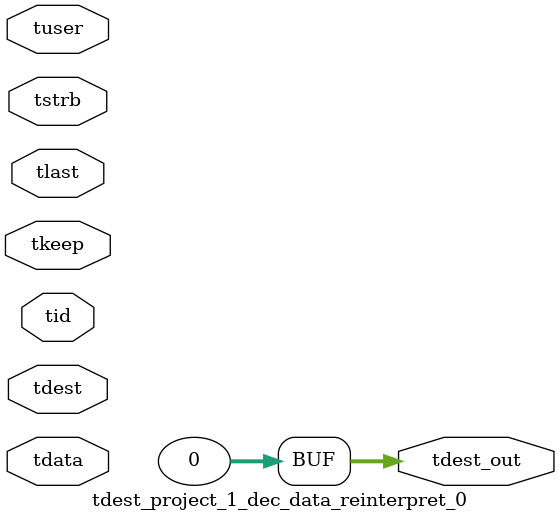
<source format=v>


`timescale 1ps/1ps

module tdest_project_1_dec_data_reinterpret_0 #
(
parameter C_S_AXIS_TDATA_WIDTH = 32,
parameter C_S_AXIS_TUSER_WIDTH = 0,
parameter C_S_AXIS_TID_WIDTH   = 0,
parameter C_S_AXIS_TDEST_WIDTH = 0,
parameter C_M_AXIS_TDEST_WIDTH = 32
)
(
input  [(C_S_AXIS_TDATA_WIDTH == 0 ? 1 : C_S_AXIS_TDATA_WIDTH)-1:0     ] tdata,
input  [(C_S_AXIS_TUSER_WIDTH == 0 ? 1 : C_S_AXIS_TUSER_WIDTH)-1:0     ] tuser,
input  [(C_S_AXIS_TID_WIDTH   == 0 ? 1 : C_S_AXIS_TID_WIDTH)-1:0       ] tid,
input  [(C_S_AXIS_TDEST_WIDTH == 0 ? 1 : C_S_AXIS_TDEST_WIDTH)-1:0     ] tdest,
input  [(C_S_AXIS_TDATA_WIDTH/8)-1:0 ] tkeep,
input  [(C_S_AXIS_TDATA_WIDTH/8)-1:0 ] tstrb,
input                                                                    tlast,
output [C_M_AXIS_TDEST_WIDTH-1:0] tdest_out
);

assign tdest_out = {1'b0};

endmodule


</source>
